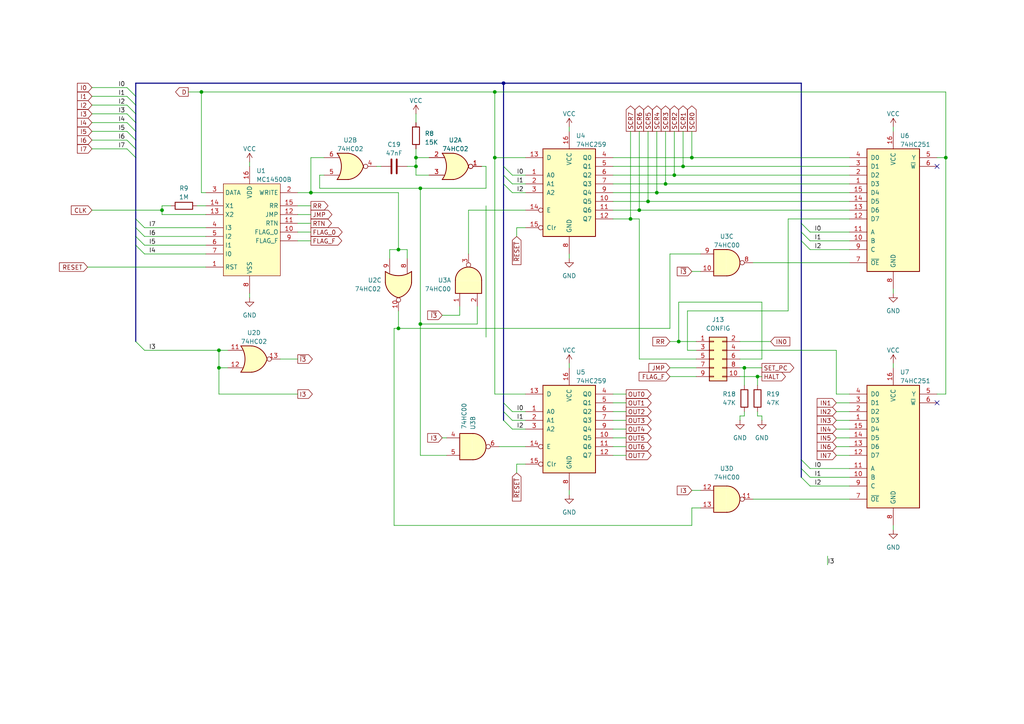
<source format=kicad_sch>
(kicad_sch (version 20231120) (generator "eeschema") (generator_version "8.0")
  (paper "A4")
  (title_block (title "Uno 14500") (date "2024-02-13") (rev "0.1") (company "By JNP-3R"))
  (lib_symbols
    (symbol "74xx:74HC00" (pin_names (offset 1.016))
      (property "Reference" "U" (at 0 1.27 0))
      (property "Value" "74HC00" (at 0 -1.27 0))
      (symbol "74HC00_1_1"
        (arc (start 0 -3.81) (mid 3.7934 0) (end 0 3.81) (stroke (width 0.254)) (fill (type background)))
        (polyline (pts (xy 0 3.81) (xy -3.81 3.81) (xy -3.81 -3.81) (xy 0 -3.81)) (stroke (width 0.254)) (fill (type background)))
        (pin input line (at -7.62 2.54 0) (length 3.81) (name "~") (number "1"))
        (pin input line (at -7.62 -2.54 0) (length 3.81) (name "~") (number "2"))
        (pin output inverted (at 7.62 0 180) (length 3.81) (name "~") (number "3"))
      )
      (symbol "74HC00_1_2"
        (arc (start -3.81 -3.81) (mid -2.589 0) (end -3.81 3.81) (stroke (width 0.254)))
        (arc (start -0.6096 -3.81) (mid 2.1842 -2.5851) (end 3.81 0) (stroke (width 0.254)) (fill (type background)))
        (polyline (pts (xy -3.81 -3.81) (xy -0.635 -3.81)) (stroke (width 0.254)) (fill (type background)))
        (polyline (pts (xy -3.81 3.81) (xy -0.635 3.81)) (stroke (width 0.254)) (fill (type background)))
        (polyline (pts (xy -0.635 3.81) (xy -3.81 3.81) (xy -3.81 3.81) (xy -3.556 3.4036) (xy -3.0226 2.2606) (xy -2.6924 1.0414) (xy -2.6162 -0.254) (xy -2.7686 -1.4986) (xy -3.175 -2.7178) (xy -3.81 -3.81) (xy -3.81 -3.81) (xy -0.635 -3.81)) (stroke (width -25.4)) (fill (type background)))
        (arc (start 3.81 0) (mid 2.1915 2.5936) (end -0.6096 3.81) (stroke (width 0.254)) (fill (type background)))
        (pin input inverted (at -7.62 2.54 0) (length 4.318) (name "~") (number "1"))
        (pin input inverted (at -7.62 -2.54 0) (length 4.318) (name "~") (number "2"))
        (pin output line (at 7.62 0 180) (length 3.81) (name "~") (number "3"))
      )
      (symbol "74HC00_2_1"
        (arc (start 0 -3.81) (mid 3.7934 0) (end 0 3.81) (stroke (width 0.254)) (fill (type background)))
        (polyline (pts (xy 0 3.81) (xy -3.81 3.81) (xy -3.81 -3.81) (xy 0 -3.81)) (stroke (width 0.254)) (fill (type background)))
        (pin input line (at -7.62 2.54 0) (length 3.81) (name "~") (number "4"))
        (pin input line (at -7.62 -2.54 0) (length 3.81) (name "~") (number "5"))
        (pin output inverted (at 7.62 0 180) (length 3.81) (name "~") (number "6"))
      )
      (symbol "74HC00_2_2"
        (arc (start -3.81 -3.81) (mid -2.589 0) (end -3.81 3.81) (stroke (width 0.254)))
        (arc (start -0.6096 -3.81) (mid 2.1842 -2.5851) (end 3.81 0) (stroke (width 0.254)) (fill (type background)))
        (polyline (pts (xy -3.81 -3.81) (xy -0.635 -3.81)) (stroke (width 0.254)) (fill (type background)))
        (polyline (pts (xy -3.81 3.81) (xy -0.635 3.81)) (stroke (width 0.254)) (fill (type background)))
        (polyline (pts (xy -0.635 3.81) (xy -3.81 3.81) (xy -3.81 3.81) (xy -3.556 3.4036) (xy -3.0226 2.2606) (xy -2.6924 1.0414) (xy -2.6162 -0.254) (xy -2.7686 -1.4986) (xy -3.175 -2.7178) (xy -3.81 -3.81) (xy -3.81 -3.81) (xy -0.635 -3.81)) (stroke (width -25.4)) (fill (type background)))
        (arc (start 3.81 0) (mid 2.1915 2.5936) (end -0.6096 3.81) (stroke (width 0.254)) (fill (type background)))
        (pin input inverted (at -7.62 2.54 0) (length 4.318) (name "~") (number "4"))
        (pin input inverted (at -7.62 -2.54 0) (length 4.318) (name "~") (number "5"))
        (pin output line (at 7.62 0 180) (length 3.81) (name "~") (number "6"))
      )
      (symbol "74HC00_3_1"
        (arc (start 0 -3.81) (mid 3.7934 0) (end 0 3.81) (stroke (width 0.254)) (fill (type background)))
        (polyline (pts (xy 0 3.81) (xy -3.81 3.81) (xy -3.81 -3.81) (xy 0 -3.81)) (stroke (width 0.254)) (fill (type background)))
        (pin input line (at -7.62 -2.54 0) (length 3.81) (name "~") (number "10"))
        (pin output inverted (at 7.62 0 180) (length 3.81) (name "~") (number "8"))
        (pin input line (at -7.62 2.54 0) (length 3.81) (name "~") (number "9"))
      )
      (symbol "74HC00_3_2"
        (arc (start -3.81 -3.81) (mid -2.589 0) (end -3.81 3.81) (stroke (width 0.254)))
        (arc (start -0.6096 -3.81) (mid 2.1842 -2.5851) (end 3.81 0) (stroke (width 0.254)) (fill (type background)))
        (polyline (pts (xy -3.81 -3.81) (xy -0.635 -3.81)) (stroke (width 0.254)) (fill (type background)))
        (polyline (pts (xy -3.81 3.81) (xy -0.635 3.81)) (stroke (width 0.254)) (fill (type background)))
        (polyline (pts (xy -0.635 3.81) (xy -3.81 3.81) (xy -3.81 3.81) (xy -3.556 3.4036) (xy -3.0226 2.2606) (xy -2.6924 1.0414) (xy -2.6162 -0.254) (xy -2.7686 -1.4986) (xy -3.175 -2.7178) (xy -3.81 -3.81) (xy -3.81 -3.81) (xy -0.635 -3.81)) (stroke (width -25.4)) (fill (type background)))
        (arc (start 3.81 0) (mid 2.1915 2.5936) (end -0.6096 3.81) (stroke (width 0.254)) (fill (type background)))
        (pin input inverted (at -7.62 -2.54 0) (length 4.318) (name "~") (number "10"))
        (pin output line (at 7.62 0 180) (length 3.81) (name "~") (number "8"))
        (pin input inverted (at -7.62 2.54 0) (length 4.318) (name "~") (number "9"))
      )
      (symbol "74HC00_4_1"
        (arc (start 0 -3.81) (mid 3.7934 0) (end 0 3.81) (stroke (width 0.254)) (fill (type background)))
        (polyline (pts (xy 0 3.81) (xy -3.81 3.81) (xy -3.81 -3.81) (xy 0 -3.81)) (stroke (width 0.254)) (fill (type background)))
        (pin output inverted (at 7.62 0 180) (length 3.81) (name "~") (number "11"))
        (pin input line (at -7.62 2.54 0) (length 3.81) (name "~") (number "12"))
        (pin input line (at -7.62 -2.54 0) (length 3.81) (name "~") (number "13"))
      )
      (symbol "74HC00_4_2"
        (arc (start -3.81 -3.81) (mid -2.589 0) (end -3.81 3.81) (stroke (width 0.254)))
        (arc (start -0.6096 -3.81) (mid 2.1842 -2.5851) (end 3.81 0) (stroke (width 0.254)) (fill (type background)))
        (polyline (pts (xy -3.81 -3.81) (xy -0.635 -3.81)) (stroke (width 0.254)) (fill (type background)))
        (polyline (pts (xy -3.81 3.81) (xy -0.635 3.81)) (stroke (width 0.254)) (fill (type background)))
        (polyline (pts (xy -0.635 3.81) (xy -3.81 3.81) (xy -3.81 3.81) (xy -3.556 3.4036) (xy -3.0226 2.2606) (xy -2.6924 1.0414) (xy -2.6162 -0.254) (xy -2.7686 -1.4986) (xy -3.175 -2.7178) (xy -3.81 -3.81) (xy -3.81 -3.81) (xy -0.635 -3.81)) (stroke (width -25.4)) (fill (type background)))
        (arc (start 3.81 0) (mid 2.1915 2.5936) (end -0.6096 3.81) (stroke (width 0.254)) (fill (type background)))
        (pin output line (at 7.62 0 180) (length 3.81) (name "~") (number "11"))
        (pin input inverted (at -7.62 2.54 0) (length 4.318) (name "~") (number "12"))
        (pin input inverted (at -7.62 -2.54 0) (length 4.318) (name "~") (number "13"))
      )
      (symbol "74HC00_5_0"
        (pin power_in line (at 0 12.7 270) (length 5.08) (name "VCC") (number "14"))
        (pin power_in line (at 0 -12.7 90) (length 5.08) (name "GND") (number "7"))
      )
      (symbol "74HC00_5_1"
        (rectangle (start -5.08 7.62) (end 5.08 -7.62) (stroke (width 0.254)) (fill (type background)))
      )
    )
    (symbol "74xx:74HC02" (pin_names (offset 1.016))
      (property "Reference" "U" (at 0 1.27 0))
      (property "Value" "74HC02" (at 0 -1.27 0))
      (symbol "74HC02_1_1"
        (arc (start -3.81 -3.81) (mid -2.589 0) (end -3.81 3.81) (stroke (width 0.254)))
        (arc (start -0.6096 -3.81) (mid 2.1842 -2.5851) (end 3.81 0) (stroke (width 0.254)) (fill (type background)))
        (polyline (pts (xy -3.81 -3.81) (xy -0.635 -3.81)) (stroke (width 0.254)) (fill (type background)))
        (polyline (pts (xy -3.81 3.81) (xy -0.635 3.81)) (stroke (width 0.254)) (fill (type background)))
        (polyline (pts (xy -0.635 3.81) (xy -3.81 3.81) (xy -3.81 3.81) (xy -3.556 3.4036) (xy -3.0226 2.2606) (xy -2.6924 1.0414) (xy -2.6162 -0.254) (xy -2.7686 -1.4986) (xy -3.175 -2.7178) (xy -3.81 -3.81) (xy -3.81 -3.81) (xy -0.635 -3.81)) (stroke (width -25.4)) (fill (type background)))
        (arc (start 3.81 0) (mid 2.1915 2.5936) (end -0.6096 3.81) (stroke (width 0.254)) (fill (type background)))
        (pin output inverted (at 7.62 0 180) (length 3.81) (name "~") (number "1"))
        (pin input line (at -7.62 2.54 0) (length 4.318) (name "~") (number "2"))
        (pin input line (at -7.62 -2.54 0) (length 4.318) (name "~") (number "3"))
      )
      (symbol "74HC02_1_2"
        (arc (start 0 -3.81) (mid 3.7934 0) (end 0 3.81) (stroke (width 0.254)) (fill (type background)))
        (polyline (pts (xy 0 3.81) (xy -3.81 3.81) (xy -3.81 -3.81) (xy 0 -3.81)) (stroke (width 0.254)) (fill (type background)))
        (pin output line (at 7.62 0 180) (length 3.81) (name "~") (number "1"))
        (pin input inverted (at -7.62 2.54 0) (length 3.81) (name "~") (number "2"))
        (pin input inverted (at -7.62 -2.54 0) (length 3.81) (name "~") (number "3"))
      )
      (symbol "74HC02_2_1"
        (arc (start -3.81 -3.81) (mid -2.589 0) (end -3.81 3.81) (stroke (width 0.254)))
        (arc (start -0.6096 -3.81) (mid 2.1842 -2.5851) (end 3.81 0) (stroke (width 0.254)) (fill (type background)))
        (polyline (pts (xy -3.81 -3.81) (xy -0.635 -3.81)) (stroke (width 0.254)) (fill (type background)))
        (polyline (pts (xy -3.81 3.81) (xy -0.635 3.81)) (stroke (width 0.254)) (fill (type background)))
        (polyline (pts (xy -0.635 3.81) (xy -3.81 3.81) (xy -3.81 3.81) (xy -3.556 3.4036) (xy -3.0226 2.2606) (xy -2.6924 1.0414) (xy -2.6162 -0.254) (xy -2.7686 -1.4986) (xy -3.175 -2.7178) (xy -3.81 -3.81) (xy -3.81 -3.81) (xy -0.635 -3.81)) (stroke (width -25.4)) (fill (type background)))
        (arc (start 3.81 0) (mid 2.1915 2.5936) (end -0.6096 3.81) (stroke (width 0.254)) (fill (type background)))
        (pin output inverted (at 7.62 0 180) (length 3.81) (name "~") (number "4"))
        (pin input line (at -7.62 2.54 0) (length 4.318) (name "~") (number "5"))
        (pin input line (at -7.62 -2.54 0) (length 4.318) (name "~") (number "6"))
      )
      (symbol "74HC02_2_2"
        (arc (start 0 -3.81) (mid 3.7934 0) (end 0 3.81) (stroke (width 0.254)) (fill (type background)))
        (polyline (pts (xy 0 3.81) (xy -3.81 3.81) (xy -3.81 -3.81) (xy 0 -3.81)) (stroke (width 0.254)) (fill (type background)))
        (pin output line (at 7.62 0 180) (length 3.81) (name "~") (number "4"))
        (pin input inverted (at -7.62 2.54 0) (length 3.81) (name "~") (number "5"))
        (pin input inverted (at -7.62 -2.54 0) (length 3.81) (name "~") (number "6"))
      )
      (symbol "74HC02_3_1"
        (arc (start -3.81 -3.81) (mid -2.589 0) (end -3.81 3.81) (stroke (width 0.254)))
        (arc (start -0.6096 -3.81) (mid 2.1842 -2.5851) (end 3.81 0) (stroke (width 0.254)) (fill (type background)))
        (polyline (pts (xy -3.81 -3.81) (xy -0.635 -3.81)) (stroke (width 0.254)) (fill (type background)))
        (polyline (pts (xy -3.81 3.81) (xy -0.635 3.81)) (stroke (width 0.254)) (fill (type background)))
        (polyline (pts (xy -0.635 3.81) (xy -3.81 3.81) (xy -3.81 3.81) (xy -3.556 3.4036) (xy -3.0226 2.2606) (xy -2.6924 1.0414) (xy -2.6162 -0.254) (xy -2.7686 -1.4986) (xy -3.175 -2.7178) (xy -3.81 -3.81) (xy -3.81 -3.81) (xy -0.635 -3.81)) (stroke (width -25.4)) (fill (type background)))
        (arc (start 3.81 0) (mid 2.1915 2.5936) (end -0.6096 3.81) (stroke (width 0.254)) (fill (type background)))
        (pin output inverted (at 7.62 0 180) (length 3.81) (name "~") (number "10"))
        (pin input line (at -7.62 2.54 0) (length 4.318) (name "~") (number "8"))
        (pin input line (at -7.62 -2.54 0) (length 4.318) (name "~") (number "9"))
      )
      (symbol "74HC02_3_2"
        (arc (start 0 -3.81) (mid 3.7934 0) (end 0 3.81) (stroke (width 0.254)) (fill (type background)))
        (polyline (pts (xy 0 3.81) (xy -3.81 3.81) (xy -3.81 -3.81) (xy 0 -3.81)) (stroke (width 0.254)) (fill (type background)))
        (pin output line (at 7.62 0 180) (length 3.81) (name "~") (number "10"))
        (pin input inverted (at -7.62 2.54 0) (length 3.81) (name "~") (number "8"))
        (pin input inverted (at -7.62 -2.54 0) (length 3.81) (name "~") (number "9"))
      )
      (symbol "74HC02_4_1"
        (arc (start -3.81 -3.81) (mid -2.589 0) (end -3.81 3.81) (stroke (width 0.254)))
        (arc (start -0.6096 -3.81) (mid 2.1842 -2.5851) (end 3.81 0) (stroke (width 0.254)) (fill (type background)))
        (polyline (pts (xy -3.81 -3.81) (xy -0.635 -3.81)) (stroke (width 0.254)) (fill (type background)))
        (polyline (pts (xy -3.81 3.81) (xy -0.635 3.81)) (stroke (width 0.254)) (fill (type background)))
        (polyline (pts (xy -0.635 3.81) (xy -3.81 3.81) (xy -3.81 3.81) (xy -3.556 3.4036) (xy -3.0226 2.2606) (xy -2.6924 1.0414) (xy -2.6162 -0.254) (xy -2.7686 -1.4986) (xy -3.175 -2.7178) (xy -3.81 -3.81) (xy -3.81 -3.81) (xy -0.635 -3.81)) (stroke (width -25.4)) (fill (type background)))
        (arc (start 3.81 0) (mid 2.1915 2.5936) (end -0.6096 3.81) (stroke (width 0.254)) (fill (type background)))
        (pin input line (at -7.62 2.54 0) (length 4.318) (name "~") (number "11"))
        (pin input line (at -7.62 -2.54 0) (length 4.318) (name "~") (number "12"))
        (pin output inverted (at 7.62 0 180) (length 3.81) (name "~") (number "13"))
      )
      (symbol "74HC02_4_2"
        (arc (start 0 -3.81) (mid 3.7934 0) (end 0 3.81) (stroke (width 0.254)) (fill (type background)))
        (polyline (pts (xy 0 3.81) (xy -3.81 3.81) (xy -3.81 -3.81) (xy 0 -3.81)) (stroke (width 0.254)) (fill (type background)))
        (pin input inverted (at -7.62 2.54 0) (length 3.81) (name "~") (number "11"))
        (pin input inverted (at -7.62 -2.54 0) (length 3.81) (name "~") (number "12"))
        (pin output line (at 7.62 0 180) (length 3.81) (name "~") (number "13"))
      )
      (symbol "74HC02_5_0"
        (pin power_in line (at 0 12.7 270) (length 5.08) (name "VCC") (number "14"))
        (pin power_in line (at 0 -12.7 90) (length 5.08) (name "GND") (number "7"))
      )
      (symbol "74HC02_5_1"
        (rectangle (start -5.08 7.62) (end 5.08 -7.62) (stroke (width 0.254)) (fill (type background)))
      )
    )
    (symbol "Connector_Generic:Conn_02x05_Odd_Even" (pin_names (offset 1.016) hide)
      (property "Reference" "J" (at 1.27 7.62 0))
      (property "Value" "Conn_02x05_Odd_Even" (at 1.27 -7.62 0))
      (symbol "Conn_02x05_Odd_Even_1_1"
        (rectangle (start -1.27 -4.953) (end 0 -5.207) (stroke (width 0.1524)))
        (rectangle (start -1.27 -2.413) (end 0 -2.667) (stroke (width 0.1524)))
        (rectangle (start -1.27 0.127) (end 0 -0.127) (stroke (width 0.1524)))
        (rectangle (start -1.27 2.667) (end 0 2.413) (stroke (width 0.1524)))
        (rectangle (start -1.27 5.207) (end 0 4.953) (stroke (width 0.1524)))
        (rectangle (start -1.27 6.35) (end 3.81 -6.35) (stroke (width 0.254)) (fill (type background)))
        (rectangle (start 3.81 -4.953) (end 2.54 -5.207) (stroke (width 0.1524)))
        (rectangle (start 3.81 -2.413) (end 2.54 -2.667) (stroke (width 0.1524)))
        (rectangle (start 3.81 0.127) (end 2.54 -0.127) (stroke (width 0.1524)))
        (rectangle (start 3.81 2.667) (end 2.54 2.413) (stroke (width 0.1524)))
        (rectangle (start 3.81 5.207) (end 2.54 4.953) (stroke (width 0.1524)))
        (pin passive line (at -5.08 5.08 0) (length 3.81) (name "Pin_1") (number "1"))
        (pin passive line (at 7.62 -5.08 180) (length 3.81) (name "Pin_10") (number "10"))
        (pin passive line (at 7.62 5.08 180) (length 3.81) (name "Pin_2") (number "2"))
        (pin passive line (at -5.08 2.54 0) (length 3.81) (name "Pin_3") (number "3"))
        (pin passive line (at 7.62 2.54 180) (length 3.81) (name "Pin_4") (number "4"))
        (pin passive line (at -5.08 0 0) (length 3.81) (name "Pin_5") (number "5"))
        (pin passive line (at 7.62 0 180) (length 3.81) (name "Pin_6") (number "6"))
        (pin passive line (at -5.08 -2.54 0) (length 3.81) (name "Pin_7") (number "7"))
        (pin passive line (at 7.62 -2.54 180) (length 3.81) (name "Pin_8") (number "8"))
        (pin passive line (at -5.08 -5.08 0) (length 3.81) (name "Pin_9") (number "9"))
      )
    )
    (symbol "Device:C" (pin_numbers hide) (pin_names (offset 0.254))
      (property "Reference" "C" (at 0.635 2.54 0))
      (property "Value" "C" (at 0.635 -2.54 0))
      (symbol "C_0_1"
        (polyline (pts (xy -2.032 -0.762) (xy 2.032 -0.762)) (stroke (width 0.508)))
        (polyline (pts (xy -2.032 0.762) (xy 2.032 0.762)) (stroke (width 0.508)))
      )
      (symbol "C_1_1"
        (pin passive line (at 0 3.81 270) (length 2.794) (name "~") (number "1"))
        (pin passive line (at 0 -3.81 90) (length 2.794) (name "~") (number "2"))
      )
    )
    (symbol "Device:R" (pin_numbers hide) (pin_names (offset 0))
      (property "Reference" "R" (at 2.032 0 90))
      (property "Value" "R" (at 0 0 90))
      (symbol "R_0_1"
        (rectangle (start -1.016 -2.54) (end 1.016 2.54) (stroke (width 0.254)))
      )
      (symbol "R_1_1"
        (pin passive line (at 0 3.81 270) (length 1.27) (name "~") (number "1"))
        (pin passive line (at 0 -3.81 90) (length 1.27) (name "~") (number "2"))
      )
    )
    (symbol "GND_1" (power) (pin_numbers hide) (pin_names (offset 0) hide)
      (property "Value" "GND" (at 0 -3.81 0))
      (symbol "GND_1_0_1"
        (polyline (pts (xy 0 0) (xy 0 -1.27) (xy 1.27 -1.27) (xy 0 -2.54) (xy -1.27 -1.27) (xy 0 -1.27)))
      )
      (symbol "GND_1_1_1"
        (pin power_in line (at 0 0 270) (length 0) (name "~") (number "1"))
      )
    )
    (symbol "GND_2" (power) (pin_numbers hide) (pin_names (offset 0) hide)
      (property "Value" "GND" (at 0 -3.81 0))
      (symbol "GND_2_0_1"
        (polyline (pts (xy 0 0) (xy 0 -1.27) (xy 1.27 -1.27) (xy 0 -2.54) (xy -1.27 -1.27) (xy 0 -1.27)))
      )
      (symbol "GND_2_1_1"
        (pin power_in line (at 0 0 270) (length 0) (name "~") (number "1"))
      )
    )
    (symbol "Uno14500:74HC251" (pin_names (offset 1.016))
      (property "Reference" "U" (at 2.54 19.05 0))
      (property "Value" "74HC251" (at 7.62 -20.32 0))
      (symbol "74HC251_1_0"
        (pin input line (at -12.7 7.62 0) (length 5.08) (name "D3") (number "1"))
        (pin input line (at -12.7 -8.89 0) (length 5.08) (name "B") (number "10"))
        (pin input line (at -12.7 -6.35 0) (length 5.08) (name "A") (number "11"))
        (pin input line (at -12.7 -2.54 0) (length 5.08) (name "D7") (number "12"))
        (pin input line (at -12.7 0 0) (length 5.08) (name "D6") (number "13"))
        (pin input line (at -12.7 2.54 0) (length 5.08) (name "D5") (number "14"))
        (pin input line (at -12.7 5.08 0) (length 5.08) (name "D4") (number "15"))
        (pin power_in line (at 0 22.86 270) (length 5.08) (name "VCC") (number "16"))
        (pin input line (at -12.7 10.16 0) (length 5.08) (name "D2") (number "2"))
        (pin input line (at -12.7 12.7 0) (length 5.08) (name "D1") (number "3"))
        (pin input line (at -12.7 15.24 0) (length 5.08) (name "D0") (number "4"))
        (pin tri_state line (at 12.7 15.24 180) (length 5.08) (name "Y") (number "5"))
        (pin tri_state line (at 12.7 12.7 180) (length 5.08) (name "~{W}") (number "6"))
        (pin input line (at -12.7 -15.24 0) (length 5.08) (name "~{OE}") (number "7"))
        (pin power_in line (at 0 -22.86 90) (length 5.08) (name "GND") (number "8"))
        (pin input line (at -12.7 -11.43 0) (length 5.08) (name "C") (number "9"))
      )
      (symbol "74HC251_1_1"
        (rectangle (start -7.62 17.78) (end 7.62 -17.78) (stroke (width 0.254)) (fill (type background)))
      )
    )
    (symbol "Uno14500:74HC259" (pin_names (offset 1.016))
      (property "Reference" "U" (at -7.62 13.97 0))
      (property "Value" "74HC259" (at -7.62 -13.97 0))
      (symbol "74HC259_1_0"
        (pin input line (at -12.7 5.08 0) (length 5.08) (name "A0") (number "1"))
        (pin output line (at 12.7 -2.54 180) (length 5.08) (name "Q5") (number "10"))
        (pin output line (at 12.7 -5.08 180) (length 5.08) (name "Q6") (number "11"))
        (pin output line (at 12.7 -7.62 180) (length 5.08) (name "Q7") (number "12"))
        (pin input line (at -12.7 10.16 0) (length 5.08) (name "D") (number "13"))
        (pin input inverted (at -12.7 -5.08 0) (length 5.08) (name "E") (number "14"))
        (pin input inverted (at -12.7 -10.16 0) (length 5.08) (name "Clr") (number "15"))
        (pin power_in line (at 0 17.78 270) (length 5.08) (name "VCC") (number "16"))
        (pin input line (at -12.7 2.54 0) (length 5.08) (name "A1") (number "2"))
        (pin input line (at -12.7 0 0) (length 5.08) (name "A2") (number "3"))
        (pin output line (at 12.7 10.16 180) (length 5.08) (name "Q0") (number "4"))
        (pin output line (at 12.7 7.62 180) (length 5.08) (name "Q1") (number "5"))
        (pin output line (at 12.7 5.08 180) (length 5.08) (name "Q2") (number "6"))
        (pin output line (at 12.7 2.54 180) (length 5.08) (name "Q3") (number "7"))
        (pin power_in line (at 0 -17.78 90) (length 5.08) (name "GND") (number "8"))
        (pin output line (at 12.7 0 180) (length 5.08) (name "Q4") (number "9"))
      )
      (symbol "74HC259_1_1"
        (rectangle (start -7.62 12.7) (end 7.62 -12.7) (stroke (width 0.254)) (fill (type background)))
      )
    )
    (symbol "Uno14500:MC14500B"
      (property "Reference" "U" (at 3.81 1.27 0))
      (property "Value" "MC14500B" (at 8.89 -29.21 0))
      (symbol "MC14500B_0_1"
        (rectangle (start -7.62 0) (end 8.89 -26.67) (fill (type background)))
      )
      (symbol "MC14500B_1_1"
        (pin input line (at -12.7 -24.13 0) (length 5.08) (name "RST") (number "1"))
        (pin output line (at 13.97 -13.97 180) (length 5.08) (name "FLAG_O") (number "10"))
        (pin output line (at 13.97 -11.43 180) (length 5.08) (name "RTN") (number "11"))
        (pin output line (at 13.97 -8.89 180) (length 5.08) (name "JMP") (number "12"))
        (pin input line (at -12.7 -8.89 0) (length 5.08) (name "X2") (number "13"))
        (pin output line (at -12.7 -6.35 0) (length 5.08) (name "X1") (number "14"))
        (pin output line (at 13.97 -6.35 180) (length 5.08) (name "RR") (number "15"))
        (pin power_in line (at 0 5.08 270) (length 5.08) (name "VDD") (number "16"))
        (pin output line (at 13.97 -2.54 180) (length 5.08) (name "WRITE") (number "2"))
        (pin input line (at -12.7 -2.54 0) (length 5.08) (name "DATA") (number "3"))
        (pin input line (at -12.7 -12.7 0) (length 5.08) (name "I3") (number "4"))
        (pin input line (at -12.7 -15.24 0) (length 5.08) (name "I2") (number "5"))
        (pin input line (at -12.7 -17.78 0) (length 5.08) (name "I1") (number "6"))
        (pin input line (at -12.7 -20.32 0) (length 5.08) (name "I0") (number "7"))
        (pin power_in line (at 0 -31.75 90) (length 5.08) (name "VSS") (number "8"))
        (pin output line (at 13.97 -16.51 180) (length 5.08) (name "FLAG_F") (number "9"))
      )
    )
    (symbol "power:GND" (power) (pin_names (offset 0))
      (property "Value" "GND" (at 0 -3.81 0))
      (symbol "GND_0_1"
        (polyline (pts (xy 0 0) (xy 0 -1.27) (xy 1.27 -1.27) (xy 0 -2.54) (xy -1.27 -1.27) (xy 0 -1.27)))
      )
      (symbol "GND_1_1"
        (pin power_in line (at 0 0 270) (length 0) hide (name "GND") (number "1"))
      )
    )
    (symbol "power:VCC" (power) (pin_names (offset 0))
      (property "Value" "VCC" (at 0 3.81 0))
      (symbol "VCC_0_1"
        (polyline (pts (xy -0.762 1.27) (xy 0 2.54)))
        (polyline (pts (xy 0 0) (xy 0 2.54)))
        (polyline (pts (xy 0 2.54) (xy 0.762 1.27)))
      )
      (symbol "VCC_1_1"
        (pin power_in line (at 0 0 90) (length 0) hide (name "VCC") (number "1"))
      )
    )
  )
  (junction (at 58.42 26.67))
  (junction (at 146.05 24.13))
  (junction (at 63.5 106.68))
  (junction (at 143.51 26.67))
  (junction (at 121.92 93.98))
  (junction (at 185.42 60.96))
  (junction (at 115.57 72.39))
  (junction (at 182.88 63.5))
  (junction (at 121.92 54.61))
  (junction (at 143.51 45.72))
  (junction (at 120.65 48.26))
  (junction (at 200.66 45.72))
  (junction (at 274.32 45.72))
  (junction (at 196.85 99.06))
  (junction (at 115.57 95.25))
  (junction (at 195.58 50.8))
  (junction (at 63.5 101.6))
  (junction (at 46.99 60.96))
  (junction (at 90.17 55.88))
  (junction (at 120.65 45.72))
  (junction (at 198.12 48.26))
  (junction (at 219.71 109.22))
  (junction (at 193.04 53.34))
  (junction (at 190.5 55.88))
  (junction (at 187.96 58.42))
  (junction (at 215.9 106.68))
  (no_connect (at 271.78 116.84))
  (no_connect (at 271.78 48.26))
  (bus_entry (at 146.05 53.34) (size 2.54 2.54))
  (bus_entry (at 36.83 30.48) (size 2.54 2.54))
  (bus_entry (at 36.83 27.94) (size 2.54 2.54))
  (bus_entry (at 232.41 133.35) (size 2.54 2.54))
  (bus_entry (at 36.83 43.18) (size 2.54 2.54))
  (bus_entry (at 146.05 121.92) (size 2.54 2.54))
  (bus_entry (at 39.37 68.58) (size 2.54 2.54))
  (bus_entry (at 36.83 25.4) (size 2.54 2.54))
  (bus_entry (at 232.41 138.43) (size 2.54 2.54))
  (bus_entry (at 36.83 40.64) (size 2.54 2.54))
  (bus_entry (at 36.83 38.1) (size 2.54 2.54))
  (bus_entry (at 39.37 66.04) (size 2.54 2.54))
  (bus_entry (at 232.41 135.89) (size 2.54 2.54))
  (bus_entry (at 39.37 99.06) (size 2.54 2.54))
  (bus_entry (at 39.37 71.12) (size 2.54 2.54))
  (bus_entry (at 232.41 69.85) (size 2.54 2.54))
  (bus_entry (at 232.41 67.31) (size 2.54 2.54))
  (bus_entry (at 36.83 33.02) (size 2.54 2.54))
  (bus_entry (at 36.83 35.56) (size 2.54 2.54))
  (bus_entry (at 146.05 116.84) (size 2.54 2.54))
  (bus_entry (at 146.05 119.38) (size 2.54 2.54))
  (bus_entry (at 146.05 50.8) (size 2.54 2.54))
  (bus_entry (at 146.05 48.26) (size 2.54 2.54))
  (bus_entry (at 232.41 64.77) (size 2.54 2.54))
  (bus_entry (at 39.37 63.5) (size 2.54 2.54))
  (wire (pts (xy 177.8 55.88) (xy 190.5 55.88)))
  (wire (pts (xy 185.42 104.14) (xy 201.93 104.14)))
  (wire (pts (xy 214.63 106.68) (xy 215.9 106.68)))
  (wire (pts (xy 193.04 38.1) (xy 193.04 53.34)))
  (wire (pts (xy 200.66 78.74) (xy 203.2 78.74)))
  (wire (pts (xy 120.65 50.8) (xy 120.65 48.26)))
  (bus (pts (xy 146.05 119.38) (xy 146.05 121.92)))
  (wire (pts (xy 177.8 127) (xy 181.61 127)))
  (wire (pts (xy 149.86 137.16) (xy 149.86 134.62)))
  (wire (pts (xy 46.99 62.23) (xy 46.99 60.96)))
  (wire (pts (xy 215.9 106.68) (xy 215.9 111.76)))
  (wire (pts (xy 86.36 64.77) (xy 90.17 64.77)))
  (wire (pts (xy 63.5 101.6) (xy 66.04 101.6)))
  (wire (pts (xy 198.12 38.1) (xy 198.12 48.26)))
  (wire (pts (xy 86.36 59.69) (xy 90.17 59.69)))
  (wire (pts (xy 177.8 48.26) (xy 198.12 48.26)))
  (wire (pts (xy 195.58 50.8) (xy 246.38 50.8)))
  (wire (pts (xy 41.91 101.6) (xy 63.5 101.6)))
  (wire (pts (xy 148.59 53.34) (xy 152.4 53.34)))
  (bus (pts (xy 39.37 33.02) (xy 39.37 35.56)))
  (wire (pts (xy 187.96 58.42) (xy 246.38 58.42)))
  (wire (pts (xy 86.36 69.85) (xy 90.17 69.85)))
  (wire (pts (xy 220.98 87.63) (xy 220.98 104.14)))
  (wire (pts (xy 185.42 60.96) (xy 246.38 60.96)))
  (wire (pts (xy 133.35 88.9) (xy 133.35 91.44)))
  (wire (pts (xy 194.31 109.22) (xy 201.93 109.22)))
  (wire (pts (xy 26.67 38.1) (xy 36.83 38.1)))
  (wire (pts (xy 219.71 109.22) (xy 220.98 109.22)))
  (wire (pts (xy 41.91 71.12) (xy 59.69 71.12)))
  (wire (pts (xy 271.78 114.3) (xy 274.32 114.3)))
  (wire (pts (xy 63.5 106.68) (xy 63.5 114.3)))
  (wire (pts (xy 165.1 105.41) (xy 165.1 106.68)))
  (bus (pts (xy 39.37 68.58) (xy 39.37 71.12)))
  (wire (pts (xy 25.4 77.47) (xy 59.69 77.47)))
  (wire (pts (xy 177.8 53.34) (xy 193.04 53.34)))
  (bus (pts (xy 39.37 24.13) (xy 146.05 24.13)))
  (wire (pts (xy 115.57 90.17) (xy 115.57 95.25)))
  (wire (pts (xy 214.63 99.06) (xy 223.52 99.06)))
  (wire (pts (xy 114.3 95.25) (xy 114.3 152.4)))
  (wire (pts (xy 242.57 129.54) (xy 246.38 129.54)))
  (wire (pts (xy 144.78 129.54) (xy 152.4 129.54)))
  (wire (pts (xy 218.44 144.78) (xy 246.38 144.78)))
  (wire (pts (xy 63.5 106.68) (xy 66.04 106.68)))
  (wire (pts (xy 109.22 48.26) (xy 110.49 48.26)))
  (wire (pts (xy 215.9 106.68) (xy 220.98 106.68)))
  (wire (pts (xy 135.89 73.66) (xy 135.89 60.96)))
  (wire (pts (xy 220.98 120.65) (xy 219.71 120.65)))
  (bus (pts (xy 146.05 50.8) (xy 146.05 53.34)))
  (wire (pts (xy 195.58 50.8) (xy 195.58 38.1)))
  (wire (pts (xy 120.65 45.72) (xy 124.46 45.72)))
  (wire (pts (xy 215.9 120.65) (xy 215.9 119.38)))
  (wire (pts (xy 121.92 54.61) (xy 140.97 54.61)))
  (wire (pts (xy 199.39 90.17) (xy 199.39 101.6)))
  (wire (pts (xy 203.2 147.32) (xy 200.66 147.32)))
  (wire (pts (xy 63.5 114.3) (xy 86.36 114.3)))
  (wire (pts (xy 196.85 87.63) (xy 220.98 87.63)))
  (wire (pts (xy 138.43 88.9) (xy 138.43 93.98)))
  (wire (pts (xy 199.39 101.6) (xy 201.93 101.6)))
  (wire (pts (xy 86.36 67.31) (xy 90.17 67.31)))
  (wire (pts (xy 185.42 63.5) (xy 185.42 104.14)))
  (wire (pts (xy 218.44 76.2) (xy 246.38 76.2)))
  (wire (pts (xy 90.17 55.88) (xy 86.36 55.88)))
  (wire (pts (xy 148.59 121.92) (xy 152.4 121.92)))
  (bus (pts (xy 39.37 45.72) (xy 39.37 63.5)))
  (wire (pts (xy 200.66 147.32) (xy 200.66 152.4)))
  (bus (pts (xy 232.41 69.85) (xy 232.41 67.31)))
  (wire (pts (xy 26.67 30.48) (xy 36.83 30.48)))
  (wire (pts (xy 194.31 99.06) (xy 196.85 99.06)))
  (wire (pts (xy 63.5 101.6) (xy 63.5 106.68)))
  (wire (pts (xy 259.08 105.41) (xy 259.08 106.68)))
  (wire (pts (xy 41.91 66.04) (xy 59.69 66.04)))
  (wire (pts (xy 113.03 74.93) (xy 113.03 72.39)))
  (wire (pts (xy 114.3 95.25) (xy 115.57 95.25)))
  (wire (pts (xy 148.59 119.38) (xy 152.4 119.38)))
  (wire (pts (xy 234.95 135.89) (xy 246.38 135.89)))
  (wire (pts (xy 113.03 72.39) (xy 115.57 72.39)))
  (wire (pts (xy 242.57 116.84) (xy 246.38 116.84)))
  (wire (pts (xy 220.98 120.65) (xy 220.98 121.92)))
  (wire (pts (xy 259.08 152.4) (xy 259.08 153.67)))
  (wire (pts (xy 120.65 48.26) (xy 120.65 45.72)))
  (wire (pts (xy 143.51 26.67) (xy 143.51 45.72)))
  (wire (pts (xy 194.31 73.66) (xy 194.31 95.25)))
  (wire (pts (xy 234.95 67.31) (xy 246.38 67.31)))
  (wire (pts (xy 120.65 43.18) (xy 120.65 45.72)))
  (wire (pts (xy 115.57 55.88) (xy 90.17 55.88)))
  (wire (pts (xy 259.08 36.83) (xy 259.08 38.1)))
  (wire (pts (xy 220.98 104.14) (xy 214.63 104.14)))
  (wire (pts (xy 59.69 55.88) (xy 58.42 55.88)))
  (wire (pts (xy 149.86 134.62) (xy 152.4 134.62)))
  (bus (pts (xy 39.37 71.12) (xy 39.37 99.06)))
  (wire (pts (xy 274.32 26.67) (xy 274.32 45.72)))
  (bus (pts (xy 232.41 64.77) (xy 232.41 24.13)))
  (wire (pts (xy 194.31 73.66) (xy 203.2 73.66)))
  (wire (pts (xy 177.8 119.38) (xy 181.61 119.38)))
  (wire (pts (xy 177.8 129.54) (xy 181.61 129.54)))
  (bus (pts (xy 146.05 53.34) (xy 146.05 116.84)))
  (wire (pts (xy 177.8 60.96) (xy 185.42 60.96)))
  (wire (pts (xy 46.99 60.96) (xy 46.99 59.69)))
  (wire (pts (xy 214.63 120.65) (xy 214.63 121.92)))
  (wire (pts (xy 140.97 97.79) (xy 140.97 59.69)))
  (bus (pts (xy 232.41 133.35) (xy 232.41 69.85)))
  (wire (pts (xy 177.8 114.3) (xy 181.61 114.3)))
  (wire (pts (xy 149.86 66.04) (xy 149.86 68.58)))
  (wire (pts (xy 214.63 120.65) (xy 215.9 120.65)))
  (wire (pts (xy 128.27 127) (xy 129.54 127)))
  (wire (pts (xy 133.35 91.44) (xy 128.27 91.44)))
  (wire (pts (xy 177.8 121.92) (xy 181.61 121.92)))
  (wire (pts (xy 234.95 138.43) (xy 246.38 138.43)))
  (wire (pts (xy 26.67 27.94) (xy 36.83 27.94)))
  (wire (pts (xy 242.57 119.38) (xy 246.38 119.38)))
  (wire (pts (xy 58.42 55.88) (xy 58.42 26.67)))
  (wire (pts (xy 165.1 142.24) (xy 165.1 143.51)))
  (wire (pts (xy 200.66 142.24) (xy 203.2 142.24)))
  (wire (pts (xy 46.99 59.69) (xy 49.53 59.69)))
  (wire (pts (xy 185.42 38.1) (xy 185.42 60.96)))
  (wire (pts (xy 187.96 38.1) (xy 187.96 58.42)))
  (wire (pts (xy 92.71 50.8) (xy 93.98 50.8)))
  (bus (pts (xy 39.37 40.64) (xy 39.37 43.18)))
  (bus (pts (xy 146.05 48.26) (xy 146.05 50.8)))
  (wire (pts (xy 81.28 104.14) (xy 86.36 104.14)))
  (wire (pts (xy 198.12 48.26) (xy 246.38 48.26)))
  (wire (pts (xy 177.8 124.46) (xy 181.61 124.46)))
  (wire (pts (xy 26.67 40.64) (xy 36.83 40.64)))
  (wire (pts (xy 165.1 73.66) (xy 165.1 74.93)))
  (bus (pts (xy 39.37 63.5) (xy 39.37 66.04)))
  (wire (pts (xy 92.71 54.61) (xy 121.92 54.61)))
  (wire (pts (xy 121.92 54.61) (xy 121.92 93.98)))
  (wire (pts (xy 41.91 73.66) (xy 59.69 73.66)))
  (wire (pts (xy 242.57 127) (xy 246.38 127)))
  (wire (pts (xy 274.32 45.72) (xy 274.32 114.3)))
  (wire (pts (xy 121.92 93.98) (xy 138.43 93.98)))
  (wire (pts (xy 177.8 45.72) (xy 200.66 45.72)))
  (wire (pts (xy 200.66 45.72) (xy 246.38 45.72)))
  (wire (pts (xy 143.51 45.72) (xy 143.51 114.3)))
  (wire (pts (xy 86.36 62.23) (xy 90.17 62.23)))
  (wire (pts (xy 242.57 101.6) (xy 242.57 114.3)))
  (wire (pts (xy 72.39 85.09) (xy 72.39 86.36)))
  (wire (pts (xy 234.95 140.97) (xy 246.38 140.97)))
  (wire (pts (xy 26.67 35.56) (xy 36.83 35.56)))
  (wire (pts (xy 177.8 63.5) (xy 182.88 63.5)))
  (wire (pts (xy 219.71 120.65) (xy 219.71 119.38)))
  (wire (pts (xy 148.59 55.88) (xy 152.4 55.88)))
  (wire (pts (xy 72.39 46.99) (xy 72.39 48.26)))
  (wire (pts (xy 121.92 132.08) (xy 129.54 132.08)))
  (wire (pts (xy 148.59 50.8) (xy 152.4 50.8)))
  (wire (pts (xy 140.97 48.26) (xy 140.97 54.61)))
  (wire (pts (xy 124.46 50.8) (xy 120.65 50.8)))
  (wire (pts (xy 271.78 45.72) (xy 274.32 45.72)))
  (bus (pts (xy 232.41 67.31) (xy 232.41 64.77)))
  (wire (pts (xy 59.69 62.23) (xy 46.99 62.23)))
  (wire (pts (xy 242.57 132.08) (xy 246.38 132.08)))
  (wire (pts (xy 190.5 55.88) (xy 246.38 55.88)))
  (wire (pts (xy 228.6 63.5) (xy 228.6 90.17)))
  (bus (pts (xy 146.05 116.84) (xy 146.05 119.38)))
  (wire (pts (xy 177.8 50.8) (xy 195.58 50.8)))
  (wire (pts (xy 58.42 26.67) (xy 54.61 26.67)))
  (wire (pts (xy 242.57 124.46) (xy 246.38 124.46)))
  (wire (pts (xy 120.65 33.02) (xy 120.65 35.56)))
  (wire (pts (xy 185.42 63.5) (xy 182.88 63.5)))
  (bus (pts (xy 39.37 43.18) (xy 39.37 45.72)))
  (wire (pts (xy 143.51 45.72) (xy 152.4 45.72)))
  (wire (pts (xy 177.8 58.42) (xy 187.96 58.42)))
  (wire (pts (xy 234.95 72.39) (xy 246.38 72.39)))
  (bus (pts (xy 39.37 27.94) (xy 39.37 30.48)))
  (bus (pts (xy 39.37 66.04) (xy 39.37 68.58)))
  (wire (pts (xy 214.63 101.6) (xy 242.57 101.6)))
  (wire (pts (xy 115.57 95.25) (xy 194.31 95.25)))
  (bus (pts (xy 146.05 24.13) (xy 146.05 48.26)))
  (wire (pts (xy 242.57 114.3) (xy 246.38 114.3)))
  (wire (pts (xy 190.5 38.1) (xy 190.5 55.88)))
  (bus (pts (xy 232.41 138.43) (xy 232.41 135.89)))
  (wire (pts (xy 200.66 38.1) (xy 200.66 45.72)))
  (wire (pts (xy 118.11 72.39) (xy 115.57 72.39)))
  (wire (pts (xy 57.15 59.69) (xy 59.69 59.69)))
  (bus (pts (xy 232.41 135.89) (xy 232.41 133.35)))
  (wire (pts (xy 196.85 87.63) (xy 196.85 99.06)))
  (wire (pts (xy 149.86 66.04) (xy 152.4 66.04)))
  (wire (pts (xy 193.04 53.34) (xy 246.38 53.34)))
  (wire (pts (xy 219.71 109.22) (xy 219.71 111.76)))
  (bus (pts (xy 39.37 35.56) (xy 39.37 38.1)))
  (bus (pts (xy 39.37 30.48) (xy 39.37 33.02)))
  (wire (pts (xy 90.17 45.72) (xy 90.17 55.88)))
  (wire (pts (xy 58.42 26.67) (xy 143.51 26.67)))
  (wire (pts (xy 143.51 26.67) (xy 274.32 26.67)))
  (wire (pts (xy 135.89 60.96) (xy 152.4 60.96)))
  (wire (pts (xy 240.03 161.29) (xy 240.03 163.83)))
  (wire (pts (xy 242.57 121.92) (xy 246.38 121.92)))
  (wire (pts (xy 26.67 33.02) (xy 36.83 33.02)))
  (bus (pts (xy 39.37 38.1) (xy 39.37 40.64)))
  (wire (pts (xy 177.8 132.08) (xy 181.61 132.08)))
  (wire (pts (xy 26.67 25.4) (xy 36.83 25.4)))
  (wire (pts (xy 92.71 50.8) (xy 92.71 54.61)))
  (wire (pts (xy 177.8 116.84) (xy 181.61 116.84)))
  (wire (pts (xy 196.85 99.06) (xy 201.93 99.06)))
  (wire (pts (xy 199.39 90.17) (xy 228.6 90.17)))
  (wire (pts (xy 152.4 114.3) (xy 143.51 114.3)))
  (bus (pts (xy 146.05 24.13) (xy 232.41 24.13)))
  (wire (pts (xy 114.3 152.4) (xy 200.66 152.4)))
  (wire (pts (xy 259.08 83.82) (xy 259.08 85.09)))
  (wire (pts (xy 115.57 55.88) (xy 115.57 72.39)))
  (wire (pts (xy 121.92 93.98) (xy 121.92 132.08)))
  (wire (pts (xy 26.67 60.96) (xy 46.99 60.96)))
  (wire (pts (xy 214.63 109.22) (xy 219.71 109.22)))
  (wire (pts (xy 234.95 69.85) (xy 246.38 69.85)))
  (wire (pts (xy 194.31 106.68) (xy 201.93 106.68)))
  (wire (pts (xy 41.91 68.58) (xy 59.69 68.58)))
  (wire (pts (xy 93.98 45.72) (xy 90.17 45.72)))
  (wire (pts (xy 118.11 48.26) (xy 120.65 48.26)))
  (bus (pts (xy 39.37 24.13) (xy 39.37 27.94)))
  (wire (pts (xy 165.1 36.83) (xy 165.1 38.1)))
  (wire (pts (xy 228.6 63.5) (xy 246.38 63.5)))
  (wire (pts (xy 118.11 74.93) (xy 118.11 72.39)))
  (wire (pts (xy 140.97 48.26) (xy 139.7 48.26)))
  (wire (pts (xy 148.59 124.46) (xy 152.4 124.46)))
  (wire (pts (xy 26.67 43.18) (xy 36.83 43.18)))
  (wire (pts (xy 182.88 38.1) (xy 182.88 63.5)))
  (label "I7" (at 34.29 43.18 0))
  (label "I0" (at 34.29 25.4 0))
  (label "I0" (at 149.86 119.38 0))
  (label "I5" (at 43.18 71.12 0))
  (label "I4" (at 43.18 73.66 0))
  (label "I3" (at 240.03 163.83 0))
  (label "I6" (at 43.18 68.58 0))
  (label "I3" (at 43.18 101.6 0))
  (label "I0" (at 236.22 135.89 0))
  (label "I1" (at 34.29 27.94 0))
  (label "I2" (at 236.22 140.97 0))
  (label "I2" (at 149.86 55.88 0))
  (label "I1" (at 236.22 69.85 0))
  (label "I5" (at 34.29 38.1 0))
  (label "I2" (at 149.86 124.46 0))
  (label "I4" (at 34.29 35.56 0))
  (label "I6" (at 34.29 40.64 0))
  (label "I3" (at 34.29 33.02 0))
  (label "I7" (at 43.18 66.04 0))
  (label "I0" (at 149.86 50.8 0))
  (label "I2" (at 236.22 72.39 0))
  (label "I1" (at 149.86 53.34 0))
  (label "I2" (at 34.29 30.48 0))
  (label "I1" (at 236.22 138.43 0))
  (label "I0" (at 236.22 67.31 0))
  (label "I1" (at 149.86 121.92 0))
  (global_label "IN2" (shape input) (at 242.57 119.38 180) (property "Intersheetrefs" "${INTERSHEET_REFS}" (effects (hide yes))))
  (global_label "FLAG_0" (shape output) (at 90.17 67.31 0) (property "Intersheetrefs" "${INTERSHEET_REFS}" (effects (hide yes))))
  (global_label "HALT" (shape output) (at 220.98 109.22 0) (property "Intersheetrefs" "${INTERSHEET_REFS}" (effects (hide yes))))
  (global_label "CLK" (shape input) (at 26.67 60.96 180) (property "Intersheetrefs" "${INTERSHEET_REFS}" (effects (hide yes))))
  (global_label "I3" (shape output) (at 86.36 114.3 0) (property "Intersheetrefs" "${INTERSHEET_REFS}" (effects (hide yes))))
  (global_label "OUT3" (shape output) (at 181.61 121.92 0) (property "Intersheetrefs" "${INTERSHEET_REFS}" (effects (hide yes))))
  (global_label "SCR7" (shape output) (at 182.88 38.1 90) (property "Intersheetrefs" "${INTERSHEET_REFS}" (effects (hide yes))))
  (global_label "I3" (shape input) (at 200.66 142.24 180) (property "Intersheetrefs" "${INTERSHEET_REFS}" (effects (hide yes))))
  (global_label "~{I3}" (shape input) (at 200.66 78.74 180) (property "Intersheetrefs" "${INTERSHEET_REFS}" (effects (hide yes))))
  (global_label "D" (shape output) (at 54.61 26.67 180) (property "Intersheetrefs" "${INTERSHEET_REFS}" (effects (hide yes))))
  (global_label "I0" (shape input) (at 26.67 25.4 180) (property "Intersheetrefs" "${INTERSHEET_REFS}" (effects (hide yes))))
  (global_label "IN3" (shape input) (at 242.57 121.92 180) (property "Intersheetrefs" "${INTERSHEET_REFS}" (effects (hide yes))))
  (global_label "OUT7" (shape output) (at 181.61 132.08 0) (property "Intersheetrefs" "${INTERSHEET_REFS}" (effects (hide yes))))
  (global_label "IN1" (shape input) (at 242.57 116.84 180) (property "Intersheetrefs" "${INTERSHEET_REFS}" (effects (hide yes))))
  (global_label "SCR3" (shape output) (at 193.04 38.1 90) (property "Intersheetrefs" "${INTERSHEET_REFS}" (effects (hide yes))))
  (global_label "SCR1" (shape output) (at 198.12 38.1 90) (property "Intersheetrefs" "${INTERSHEET_REFS}" (effects (hide yes))))
  (global_label "OUT1" (shape output) (at 181.61 116.84 0) (property "Intersheetrefs" "${INTERSHEET_REFS}" (effects (hide yes))))
  (global_label "IN0" (shape input) (at 223.52 99.06 0) (property "Intersheetrefs" "${INTERSHEET_REFS}" (effects (hide yes))))
  (global_label "FLAG_F" (shape output) (at 90.17 69.85 0) (property "Intersheetrefs" "${INTERSHEET_REFS}" (effects (hide yes))))
  (global_label "I4" (shape input) (at 26.67 35.56 180) (property "Intersheetrefs" "${INTERSHEET_REFS}" (effects (hide yes))))
  (global_label "OUT6" (shape output) (at 181.61 129.54 0) (property "Intersheetrefs" "${INTERSHEET_REFS}" (effects (hide yes))))
  (global_label "I6" (shape input) (at 26.67 40.64 180) (property "Intersheetrefs" "${INTERSHEET_REFS}" (effects (hide yes))))
  (global_label "~{RESET}" (shape input) (at 149.86 68.58 270) (property "Intersheetrefs" "${INTERSHEET_REFS}" (effects (hide yes))))
  (global_label "JMP" (shape output) (at 90.17 62.23 0) (property "Intersheetrefs" "${INTERSHEET_REFS}" (effects (hide yes))))
  (global_label "OUT0" (shape output) (at 181.61 114.3 0) (property "Intersheetrefs" "${INTERSHEET_REFS}" (effects (hide yes))))
  (global_label "FLAG_F" (shape input) (at 194.31 109.22 180) (property "Intersheetrefs" "${INTERSHEET_REFS}" (effects (hide yes))))
  (global_label "OUT2" (shape output) (at 181.61 119.38 0) (property "Intersheetrefs" "${INTERSHEET_REFS}" (effects (hide yes))))
  (global_label "OUT5" (shape output) (at 181.61 127 0) (property "Intersheetrefs" "${INTERSHEET_REFS}" (effects (hide yes))))
  (global_label "SCR2" (shape output) (at 195.58 38.1 90) (property "Intersheetrefs" "${INTERSHEET_REFS}" (effects (hide yes))))
  (global_label "I7" (shape input) (at 26.67 43.18 180) (property "Intersheetrefs" "${INTERSHEET_REFS}" (effects (hide yes))))
  (global_label "RR" (shape output) (at 90.17 59.69 0) (property "Intersheetrefs" "${INTERSHEET_REFS}" (effects (hide yes))))
  (global_label "SCR4" (shape output) (at 190.5 38.1 90) (property "Intersheetrefs" "${INTERSHEET_REFS}" (effects (hide yes))))
  (global_label "JMP" (shape input) (at 194.31 106.68 180) (property "Intersheetrefs" "${INTERSHEET_REFS}" (effects (hide yes))))
  (global_label "RTN" (shape output) (at 90.17 64.77 0) (property "Intersheetrefs" "${INTERSHEET_REFS}" (effects (hide yes))))
  (global_label "IN4" (shape input) (at 242.57 124.46 180) (property "Intersheetrefs" "${INTERSHEET_REFS}" (effects (hide yes))))
  (global_label "~{I3}" (shape input) (at 128.27 91.44 180) (property "Intersheetrefs" "${INTERSHEET_REFS}" (effects (hide yes))))
  (global_label "IN7" (shape input) (at 242.57 132.08 180) (property "Intersheetrefs" "${INTERSHEET_REFS}" (effects (hide yes))))
  (global_label "I3" (shape input) (at 128.27 127 180) (property "Intersheetrefs" "${INTERSHEET_REFS}" (effects (hide yes))))
  (global_label "I5" (shape input) (at 26.67 38.1 180) (property "Intersheetrefs" "${INTERSHEET_REFS}" (effects (hide yes))))
  (global_label "IN5" (shape input) (at 242.57 127 180) (property "Intersheetrefs" "${INTERSHEET_REFS}" (effects (hide yes))))
  (global_label "I2" (shape input) (at 26.67 30.48 180) (property "Intersheetrefs" "${INTERSHEET_REFS}" (effects (hide yes))))
  (global_label "IN6" (shape input) (at 242.57 129.54 180) (property "Intersheetrefs" "${INTERSHEET_REFS}" (effects (hide yes))))
  (global_label "SET_PC" (shape output) (at 220.98 106.68 0) (property "Intersheetrefs" "${INTERSHEET_REFS}" (effects (hide yes))))
  (global_label "I1" (shape input) (at 26.67 27.94 180) (property "Intersheetrefs" "${INTERSHEET_REFS}" (effects (hide yes))))
  (global_label "SCR5" (shape output) (at 187.96 38.1 90) (property "Intersheetrefs" "${INTERSHEET_REFS}" (effects (hide yes))))
  (global_label "RESET" (shape input) (at 25.4 77.47 180) (property "Intersheetrefs" "${INTERSHEET_REFS}" (effects (hide yes))))
  (global_label "I3" (shape input) (at 26.67 33.02 180) (property "Intersheetrefs" "${INTERSHEET_REFS}" (effects (hide yes))))
  (global_label "~{RESET}" (shape input) (at 149.86 137.16 270) (property "Intersheetrefs" "${INTERSHEET_REFS}" (effects (hide yes))))
  (global_label "~{I3}" (shape output) (at 86.36 104.14 0) (property "Intersheetrefs" "${INTERSHEET_REFS}" (effects (hide yes))))
  (global_label "SCR0" (shape output) (at 200.66 38.1 90) (property "Intersheetrefs" "${INTERSHEET_REFS}" (effects (hide yes))))
  (global_label "OUT4" (shape output) (at 181.61 124.46 0) (property "Intersheetrefs" "${INTERSHEET_REFS}" (effects (hide yes))))
  (global_label "SCR6" (shape output) (at 185.42 38.1 90) (property "Intersheetrefs" "${INTERSHEET_REFS}" (effects (hide yes))))
  (global_label "RR" (shape input) (at 194.31 99.06 180) (property "Intersheetrefs" "${INTERSHEET_REFS}" (effects (hide yes))))
  (symbol (lib_id "Device:R") (at 219.71 115.57 0) (unit 1)
    (property "Reference" "R19" (at 222.25 114.2999 0) (effects (justify left)))
    (property "Value" "47K" (at 222.25 116.8399 0) (effects (justify left)))
    (property "Footprint" "Resistor_THT:R_Axial_DIN0207_L6.3mm_D2.5mm_P10.16mm_Horizontal" (effects (hide yes)))
    (property "Description" "Resistor" (effects (hide yes)))
  )
  (symbol (lib_id "power:VCC") (at 259.08 36.83 0) (unit 1)
    (property "Reference" "#PWR048" (effects (hide yes)))
    (property "Value" "VCC" (at 259.08 33.02 0))
  )
  (symbol (lib_id "power:GND") (at 72.39 86.36 0) (unit 1)
    (property "Reference" "#PWR052" (effects (hide yes)))
    (property "Value" "GND" (at 72.39 91.44 0))
  )
  (symbol (lib_id "Device:R") (at 120.65 39.37 0) (unit 1)
    (property "Reference" "R8" (at 123.19 38.735 0) (effects (justify left)))
    (property "Value" "15K" (at 123.19 41.275 0) (effects (justify left)))
    (property "Footprint" "Resistor_THT:R_Axial_DIN0207_L6.3mm_D2.5mm_P10.16mm_Horizontal" (effects (hide yes)))
  )
  (symbol (lib_id "Uno14500:74HC259") (at 165.1 55.88 0) (unit 1)
    (property "Reference" "U4" (at 167.0559 39.37 0) (effects (justify left)))
    (property "Value" "74HC259" (at 167.0559 41.91 0) (effects (justify left)))
    (property "Footprint" "Package_DIP:DIP-16_W7.62mm_Socket_LongPads" (effects (hide yes)))
  )
  (symbol (lib_id "74xx:74HC00") (at 210.82 144.78 0) (unit 4)
    (property "Reference" "U3" (at 210.8117 135.89 0))
    (property "Value" "74HC00" (at 210.8117 138.43 0))
    (property "Footprint" "Package_DIP:DIP-14_W7.62mm_Socket_LongPads" (effects (hide yes)))
    (property "Datasheet" "http://www.ti.com/lit/gpn/sn74hc00" (effects (hide yes)))
  )
  (symbol (lib_id "Uno14500:74HC259") (at 165.1 124.46 0) (unit 1)
    (property "Reference" "U5" (at 167.0559 107.95 0) (effects (justify left)))
    (property "Value" "74HC259" (at 167.0559 110.49 0) (effects (justify left)))
    (property "Footprint" "Package_DIP:DIP-16_W7.62mm_Socket_LongPads" (effects (hide yes)))
  )
  (symbol (lib_id "74xx:74HC02") (at 73.66 104.14 0) (unit 4)
    (property "Reference" "U2" (at 73.66 96.52 0))
    (property "Value" "74HC02" (at 73.66 99.06 0))
    (property "Footprint" "Package_DIP:DIP-14_W7.62mm_Socket_LongPads" (effects (hide yes)))
    (property "Datasheet" "http://www.ti.com/lit/gpn/sn74hc02" (effects (hide yes)))
  )
  (symbol (lib_id "74xx:74HC00") (at 210.82 76.2 0) (unit 3)
    (property "Reference" "U3" (at 210.8117 68.58 0))
    (property "Value" "74HC00" (at 210.8117 71.12 0))
    (property "Footprint" "Package_DIP:DIP-14_W7.62mm_Socket_LongPads" (effects (hide yes)))
    (property "Datasheet" "http://www.ti.com/lit/gpn/sn74hc00" (effects (hide yes)))
  )
  (symbol (lib_id "power:GND") (at 165.1 143.51 0) (unit 1)
    (property "Reference" "#PWR058" (effects (hide yes)))
    (property "Value" "GND" (at 165.1 148.59 0))
  )
  (symbol (lib_id "Uno14500:MC14500B") (at 72.39 53.34 0) (unit 1)
    (property "Reference" "U1" (at 74.3459 49.53 0) (effects (justify left)))
    (property "Value" "MC14500B" (at 74.3459 52.07 0) (effects (justify left)))
    (property "Footprint" "Package_DIP:DIP-16_W7.62mm_Socket_LongPads" (effects (hide yes)))
  )
  (symbol (lib_id "Connector_Generic:Conn_02x05_Odd_Even") (at 207.01 104.14 0) (unit 1)
    (property "Reference" "J13" (at 208.28 92.71 0))
    (property "Value" "CONFIG" (at 208.28 95.25 0))
    (property "Footprint" "Connector_IDC:IDC-Header_2x05_P2.54mm_Horizontal" (effects (hide yes)))
    (property "Description" "Generic connector, double row, 02x05, odd/even pin numbering scheme (row 1 odd numbers, row 2 even numbers), script generated (kicad-library-utils/schlib/autogen/connector/)" (effects (hide yes)))
  )
  (symbol (lib_id "Device:R") (at 53.34 59.69 90) (unit 1)
    (property "Reference" "R9" (at 53.34 54.61 90))
    (property "Value" "1M" (at 53.34 57.15 90))
    (property "Footprint" "Resistor_THT:R_Axial_DIN0207_L6.3mm_D2.5mm_P10.16mm_Horizontal" (effects (hide yes)))
  )
  (symbol (lib_name "GND_1") (lib_id "power:GND") (at 220.98 121.92 0) (unit 1)
    (property "Reference" "#PWR053" (effects (hide yes)))
    (property "Value" "GND" (at 220.98 127 0))
    (property "Description" "Power symbol creates a global label with name \"GND\" , ground" (effects (hide yes)))
  )
  (symbol (lib_id "Device:C") (at 114.3 48.26 90) (unit 1)
    (property "Reference" "C19" (at 114.3 41.91 90))
    (property "Value" "47nF" (at 114.3 44.45 90))
    (property "Footprint" "Capacitor_THT:C_Axial_L3.8mm_D2.6mm_P10.00mm_Horizontal" (effects (hide yes)))
  )
  (symbol (lib_id "power:VCC") (at 72.39 46.99 0) (unit 1)
    (property "Reference" "#PWR049" (effects (hide yes)))
    (property "Value" "VCC" (at 72.39 43.18 0))
  )
  (symbol (lib_id "power:VCC") (at 120.65 33.02 0) (unit 1)
    (property "Reference" "#PWR046" (effects (hide yes)))
    (property "Value" "VCC" (at 120.65 29.21 0))
  )
  (symbol (lib_id "power:VCC") (at 165.1 36.83 0) (unit 1)
    (property "Reference" "#PWR047" (effects (hide yes)))
    (property "Value" "VCC" (at 165.1 33.02 0))
  )
  (symbol (lib_id "74xx:74HC00") (at 137.16 129.54 0) (unit 2)
    (property "Reference" "U3" (at 137.16 120.65 90) (effects (justify right)))
    (property "Value" "74HC00" (at 134.62 116.84 90) (effects (justify right)))
    (property "Footprint" "Package_DIP:DIP-14_W7.62mm_Socket_LongPads" (effects (hide yes)))
    (property "Datasheet" "http://www.ti.com/lit/gpn/sn74hc00" (effects (hide yes)))
  )
  (symbol (lib_id "74xx:74HC02") (at 132.08 48.26 0) (unit 1)
    (property "Reference" "U2" (at 132.08 40.64 0))
    (property "Value" "74HC02" (at 132.08 43.18 0))
    (property "Footprint" "Package_DIP:DIP-14_W7.62mm_Socket_LongPads" (effects (hide yes)))
    (property "Datasheet" "http://www.ti.com/lit/gpn/sn74hc02" (effects (hide yes)))
  )
  (symbol (lib_id "power:GND") (at 259.08 153.67 0) (unit 1)
    (property "Reference" "#PWR059" (effects (hide yes)))
    (property "Value" "GND" (at 259.08 158.75 0))
  )
  (symbol (lib_name "GND_2") (lib_id "power:GND") (at 214.63 121.92 0) (unit 1)
    (property "Reference" "#PWR056" (effects (hide yes)))
    (property "Value" "GND" (at 214.63 127 0))
    (property "Description" "Power symbol creates a global label with name \"GND\" , ground" (effects (hide yes)))
  )
  (symbol (lib_id "power:VCC") (at 259.08 105.41 0) (unit 1)
    (property "Reference" "#PWR055" (effects (hide yes)))
    (property "Value" "VCC" (at 259.08 101.6 0))
  )
  (symbol (lib_id "power:GND") (at 259.08 85.09 0) (unit 1)
    (property "Reference" "#PWR051" (effects (hide yes)))
    (property "Value" "GND" (at 259.08 90.17 0))
  )
  (symbol (lib_id "Device:R") (at 215.9 115.57 0) (unit 1)
    (property "Reference" "R18" (at 209.55 114.2999 0) (effects (justify left)))
    (property "Value" "47K" (at 209.55 116.8399 0) (effects (justify left)))
    (property "Footprint" "Resistor_THT:R_Axial_DIN0207_L6.3mm_D2.5mm_P10.16mm_Horizontal" (effects (hide yes)))
    (property "Description" "Resistor" (effects (hide yes)))
  )
  (symbol (lib_id "Uno14500:74HC251") (at 259.08 60.96 0) (unit 1)
    (property "Reference" "U6" (at 261.0359 39.37 0) (effects (justify left)))
    (property "Value" "74HC251" (at 261.0359 41.91 0) (effects (justify left)))
    (property "Footprint" "Package_DIP:DIP-16_W7.62mm_Socket_LongPads" (effects (hide yes)))
  )
  (symbol (lib_id "74xx:74HC00") (at 135.89 81.28 90) (unit 1)
    (property "Reference" "U3" (at 127 81.28 90) (effects (justify right)))
    (property "Value" "74HC00" (at 123.19 83.82 90) (effects (justify right)))
    (property "Footprint" "Package_DIP:DIP-14_W7.62mm_Socket_LongPads" (effects (hide yes)))
    (property "Datasheet" "http://www.ti.com/lit/gpn/sn74hc00" (effects (hide yes)))
  )
  (symbol (lib_id "74xx:74HC02") (at 101.6 48.26 0) (mirror x) (unit 2)
    (property "Reference" "U2" (at 101.6 40.64 0))
    (property "Value" "74HC02" (at 101.6 43.18 0))
    (property "Footprint" "Package_DIP:DIP-14_W7.62mm_Socket_LongPads" (effects (hide yes)))
    (property "Datasheet" "http://www.ti.com/lit/gpn/sn74hc02" (effects (hide yes)))
  )
  (symbol (lib_id "Uno14500:74HC251") (at 259.08 129.54 0) (unit 1)
    (property "Reference" "U7" (at 261.0359 107.95 0) (effects (justify left)))
    (property "Value" "74HC251" (at 261.0359 110.49 0) (effects (justify left)))
    (property "Footprint" "Package_DIP:DIP-16_W7.62mm_Socket_LongPads" (effects (hide yes)))
  )
  (symbol (lib_id "power:VCC") (at 165.1 105.41 0) (unit 1)
    (property "Reference" "#PWR054" (effects (hide yes)))
    (property "Value" "VCC" (at 165.1 101.6 0))
  )
  (symbol (lib_id "power:GND") (at 165.1 74.93 0) (unit 1)
    (property "Reference" "#PWR050" (effects (hide yes)))
    (property "Value" "GND" (at 165.1 80.01 0))
  )
  (symbol (lib_id "74xx:74HC02") (at 115.57 82.55 270) (unit 3)
    (property "Reference" "U2" (at 106.68 81.28 90) (effects (justify left)))
    (property "Value" "74HC02" (at 102.87 83.82 90) (effects (justify left)))
    (property "Footprint" "Package_DIP:DIP-14_W7.62mm_Socket_LongPads" (effects (hide yes)))
    (property "Datasheet" "http://www.ti.com/lit/gpn/sn74hc02" (effects (hide yes)))
  )
)
</source>
